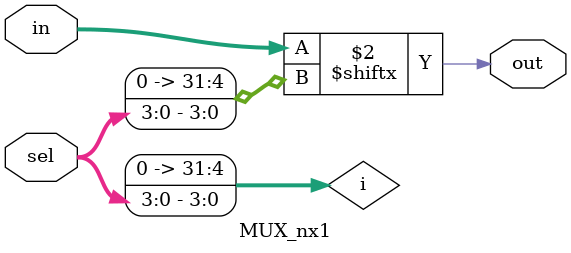
<source format=v>

module MUX_nx1(in,sel,out);
	parameter n=4;
	input [2**n-1:0] in;
	input [n-1:0] sel;
	output reg out;
	integer i;
	
	always@(in or sel)
	begin
		i = sel;
		out = in[i];
	end
	
endmodule

</source>
